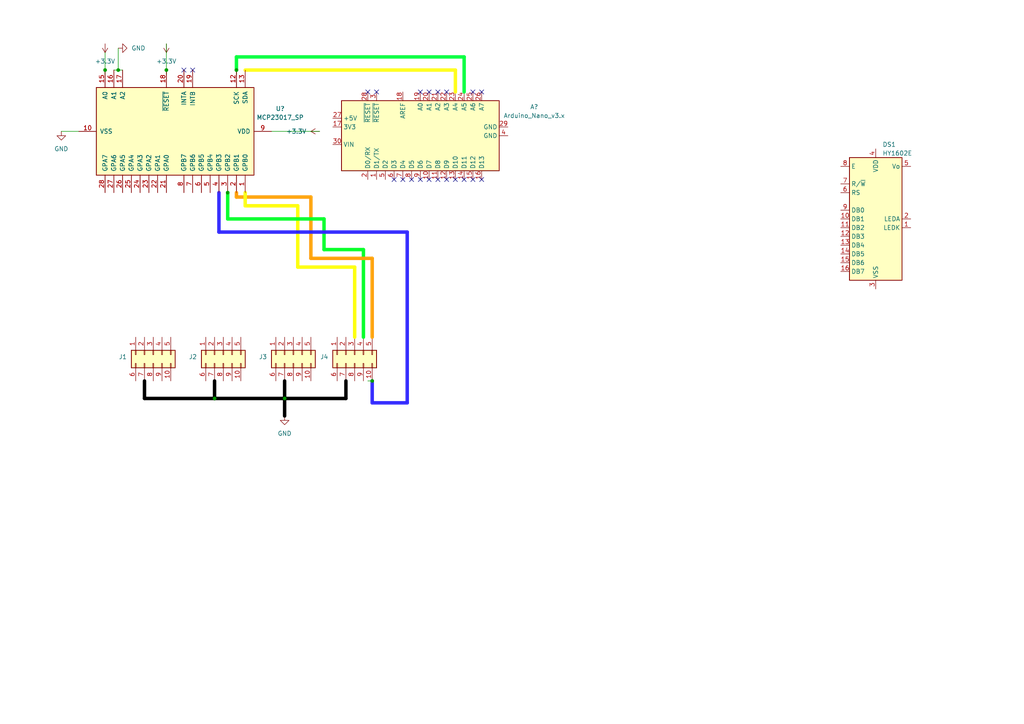
<source format=kicad_sch>
(kicad_sch (version 20230121) (generator eeschema)

  (uuid fd81bd69-a0d3-4cd4-ab1c-2f32a8fbe231)

  (paper "A4")

  (lib_symbols
    (symbol "Connector_Generic:Conn_02x05_Top_Bottom" (pin_names (offset 1.016) hide) (in_bom yes) (on_board yes)
      (property "Reference" "J" (at 1.27 7.62 0)
        (effects (font (size 1.27 1.27)))
      )
      (property "Value" "Conn_02x05_Top_Bottom" (at 1.27 -7.62 0)
        (effects (font (size 1.27 1.27)))
      )
      (property "Footprint" "" (at 0 0 0)
        (effects (font (size 1.27 1.27)) hide)
      )
      (property "Datasheet" "~" (at 0 0 0)
        (effects (font (size 1.27 1.27)) hide)
      )
      (property "ki_keywords" "connector" (at 0 0 0)
        (effects (font (size 1.27 1.27)) hide)
      )
      (property "ki_description" "Generic connector, double row, 02x05, top/bottom pin numbering scheme (row 1: 1...pins_per_row, row2: pins_per_row+1 ... num_pins), script generated (kicad-library-utils/schlib/autogen/connector/)" (at 0 0 0)
        (effects (font (size 1.27 1.27)) hide)
      )
      (property "ki_fp_filters" "Connector*:*_2x??_*" (at 0 0 0)
        (effects (font (size 1.27 1.27)) hide)
      )
      (symbol "Conn_02x05_Top_Bottom_1_1"
        (rectangle (start -1.27 -4.953) (end 0 -5.207)
          (stroke (width 0.1524) (type default))
          (fill (type none))
        )
        (rectangle (start -1.27 -2.413) (end 0 -2.667)
          (stroke (width 0.1524) (type default))
          (fill (type none))
        )
        (rectangle (start -1.27 0.127) (end 0 -0.127)
          (stroke (width 0.1524) (type default))
          (fill (type none))
        )
        (rectangle (start -1.27 2.667) (end 0 2.413)
          (stroke (width 0.1524) (type default))
          (fill (type none))
        )
        (rectangle (start -1.27 5.207) (end 0 4.953)
          (stroke (width 0.1524) (type default))
          (fill (type none))
        )
        (rectangle (start -1.27 6.35) (end 3.81 -6.35)
          (stroke (width 0.254) (type default))
          (fill (type background))
        )
        (rectangle (start 3.81 -4.953) (end 2.54 -5.207)
          (stroke (width 0.1524) (type default))
          (fill (type none))
        )
        (rectangle (start 3.81 -2.413) (end 2.54 -2.667)
          (stroke (width 0.1524) (type default))
          (fill (type none))
        )
        (rectangle (start 3.81 0.127) (end 2.54 -0.127)
          (stroke (width 0.1524) (type default))
          (fill (type none))
        )
        (rectangle (start 3.81 2.667) (end 2.54 2.413)
          (stroke (width 0.1524) (type default))
          (fill (type none))
        )
        (rectangle (start 3.81 5.207) (end 2.54 4.953)
          (stroke (width 0.1524) (type default))
          (fill (type none))
        )
        (pin passive line (at -5.08 5.08 0) (length 3.81)
          (name "Pin_1" (effects (font (size 1.27 1.27))))
          (number "1" (effects (font (size 1.27 1.27))))
        )
        (pin passive line (at 7.62 -5.08 180) (length 3.81)
          (name "Pin_10" (effects (font (size 1.27 1.27))))
          (number "10" (effects (font (size 1.27 1.27))))
        )
        (pin passive line (at -5.08 2.54 0) (length 3.81)
          (name "Pin_2" (effects (font (size 1.27 1.27))))
          (number "2" (effects (font (size 1.27 1.27))))
        )
        (pin passive line (at -5.08 0 0) (length 3.81)
          (name "Pin_3" (effects (font (size 1.27 1.27))))
          (number "3" (effects (font (size 1.27 1.27))))
        )
        (pin passive line (at -5.08 -2.54 0) (length 3.81)
          (name "Pin_4" (effects (font (size 1.27 1.27))))
          (number "4" (effects (font (size 1.27 1.27))))
        )
        (pin passive line (at -5.08 -5.08 0) (length 3.81)
          (name "Pin_5" (effects (font (size 1.27 1.27))))
          (number "5" (effects (font (size 1.27 1.27))))
        )
        (pin passive line (at 7.62 5.08 180) (length 3.81)
          (name "Pin_6" (effects (font (size 1.27 1.27))))
          (number "6" (effects (font (size 1.27 1.27))))
        )
        (pin passive line (at 7.62 2.54 180) (length 3.81)
          (name "Pin_7" (effects (font (size 1.27 1.27))))
          (number "7" (effects (font (size 1.27 1.27))))
        )
        (pin passive line (at 7.62 0 180) (length 3.81)
          (name "Pin_8" (effects (font (size 1.27 1.27))))
          (number "8" (effects (font (size 1.27 1.27))))
        )
        (pin passive line (at 7.62 -2.54 180) (length 3.81)
          (name "Pin_9" (effects (font (size 1.27 1.27))))
          (number "9" (effects (font (size 1.27 1.27))))
        )
      )
    )
    (symbol "Display_Character:HY1602E" (in_bom yes) (on_board yes)
      (property "Reference" "DS" (at -6.096 19.05 0)
        (effects (font (size 1.27 1.27)))
      )
      (property "Value" "HY1602E" (at 5.08 19.05 0)
        (effects (font (size 1.27 1.27)))
      )
      (property "Footprint" "Display:HY1602E" (at 0 -22.86 0)
        (effects (font (size 1.27 1.27) italic) hide)
      )
      (property "Datasheet" "http://www.icbank.com/data/ICBShop/board/HY1602E.pdf" (at 5.08 2.54 0)
        (effects (font (size 1.27 1.27)) hide)
      )
      (property "ki_keywords" "display LCD 7-segment" (at 0 0 0)
        (effects (font (size 1.27 1.27)) hide)
      )
      (property "ki_description" "LCD 16x2 Alphanumeric 16pin Blue/Yellow/Green Backlight, 8bit parallel, 5V VDD" (at 0 0 0)
        (effects (font (size 1.27 1.27)) hide)
      )
      (property "ki_fp_filters" "*HY1602E*" (at 0 0 0)
        (effects (font (size 1.27 1.27)) hide)
      )
      (symbol "HY1602E_0_1"
        (rectangle (start -7.62 17.78) (end 7.62 -17.78)
          (stroke (width 0.254) (type default))
          (fill (type background))
        )
      )
      (symbol "HY1602E_1_1"
        (pin passive line (at 10.16 -2.54 180) (length 2.54)
          (name "LEDK" (effects (font (size 1.27 1.27))))
          (number "1" (effects (font (size 1.27 1.27))))
        )
        (pin bidirectional line (at -10.16 0 0) (length 2.54)
          (name "DB1" (effects (font (size 1.27 1.27))))
          (number "10" (effects (font (size 1.27 1.27))))
        )
        (pin bidirectional line (at -10.16 -2.54 0) (length 2.54)
          (name "DB2" (effects (font (size 1.27 1.27))))
          (number "11" (effects (font (size 1.27 1.27))))
        )
        (pin bidirectional line (at -10.16 -5.08 0) (length 2.54)
          (name "DB3" (effects (font (size 1.27 1.27))))
          (number "12" (effects (font (size 1.27 1.27))))
        )
        (pin bidirectional line (at -10.16 -7.62 0) (length 2.54)
          (name "DB4" (effects (font (size 1.27 1.27))))
          (number "13" (effects (font (size 1.27 1.27))))
        )
        (pin bidirectional line (at -10.16 -10.16 0) (length 2.54)
          (name "DB5" (effects (font (size 1.27 1.27))))
          (number "14" (effects (font (size 1.27 1.27))))
        )
        (pin bidirectional line (at -10.16 -12.7 0) (length 2.54)
          (name "DB6" (effects (font (size 1.27 1.27))))
          (number "15" (effects (font (size 1.27 1.27))))
        )
        (pin bidirectional line (at -10.16 -15.24 0) (length 2.54)
          (name "DB7" (effects (font (size 1.27 1.27))))
          (number "16" (effects (font (size 1.27 1.27))))
        )
        (pin passive line (at 10.16 0 180) (length 2.54)
          (name "LEDA" (effects (font (size 1.27 1.27))))
          (number "2" (effects (font (size 1.27 1.27))))
        )
        (pin power_in line (at 0 -20.32 90) (length 2.54)
          (name "VSS" (effects (font (size 1.27 1.27))))
          (number "3" (effects (font (size 1.27 1.27))))
        )
        (pin power_in line (at 0 20.32 270) (length 2.54)
          (name "VDD" (effects (font (size 1.27 1.27))))
          (number "4" (effects (font (size 1.27 1.27))))
        )
        (pin input line (at 10.16 15.24 180) (length 2.54)
          (name "Vo" (effects (font (size 1.27 1.27))))
          (number "5" (effects (font (size 1.27 1.27))))
        )
        (pin input line (at -10.16 7.62 0) (length 2.54)
          (name "RS" (effects (font (size 1.27 1.27))))
          (number "6" (effects (font (size 1.27 1.27))))
        )
        (pin input line (at -10.16 10.16 0) (length 2.54)
          (name "R/~{W}" (effects (font (size 1.27 1.27))))
          (number "7" (effects (font (size 1.27 1.27))))
        )
        (pin input line (at -10.16 15.24 0) (length 2.54)
          (name "E" (effects (font (size 1.27 1.27))))
          (number "8" (effects (font (size 1.27 1.27))))
        )
        (pin bidirectional line (at -10.16 2.54 0) (length 2.54)
          (name "DB0" (effects (font (size 1.27 1.27))))
          (number "9" (effects (font (size 1.27 1.27))))
        )
      )
    )
    (symbol "Interface_Expansion:MCP23017_SP" (pin_names (offset 1.016)) (in_bom yes) (on_board yes)
      (property "Reference" "U" (at -11.43 24.13 0)
        (effects (font (size 1.27 1.27)))
      )
      (property "Value" "MCP23017_SP" (at 0 0 0)
        (effects (font (size 1.27 1.27)))
      )
      (property "Footprint" "Package_DIP:DIP-28_W7.62mm" (at 5.08 -25.4 0)
        (effects (font (size 1.27 1.27)) (justify left) hide)
      )
      (property "Datasheet" "http://ww1.microchip.com/downloads/en/DeviceDoc/20001952C.pdf" (at 5.08 -27.94 0)
        (effects (font (size 1.27 1.27)) (justify left) hide)
      )
      (property "ki_keywords" "I2C parallel port expander" (at 0 0 0)
        (effects (font (size 1.27 1.27)) hide)
      )
      (property "ki_description" "16-bit I/O expander, I2C, interrupts, w pull-ups, SPDIP-28" (at 0 0 0)
        (effects (font (size 1.27 1.27)) hide)
      )
      (property "ki_fp_filters" "DIP*W7.62mm*" (at 0 0 0)
        (effects (font (size 1.27 1.27)) hide)
      )
      (symbol "MCP23017_SP_0_1"
        (rectangle (start -12.7 22.86) (end 12.7 -22.86)
          (stroke (width 0.254) (type default))
          (fill (type background))
        )
      )
      (symbol "MCP23017_SP_1_1"
        (pin bidirectional line (at 17.78 20.32 180) (length 5.08)
          (name "GPB0" (effects (font (size 1.27 1.27))))
          (number "1" (effects (font (size 1.27 1.27))))
        )
        (pin power_in line (at 0 -27.94 90) (length 5.08)
          (name "VSS" (effects (font (size 1.27 1.27))))
          (number "10" (effects (font (size 1.27 1.27))))
        )
        (pin no_connect line (at -12.7 15.24 0) (length 5.08) hide
          (name "NC" (effects (font (size 1.27 1.27))))
          (number "11" (effects (font (size 1.27 1.27))))
        )
        (pin input line (at -17.78 17.78 0) (length 5.08)
          (name "SCK" (effects (font (size 1.27 1.27))))
          (number "12" (effects (font (size 1.27 1.27))))
        )
        (pin bidirectional line (at -17.78 20.32 0) (length 5.08)
          (name "SDA" (effects (font (size 1.27 1.27))))
          (number "13" (effects (font (size 1.27 1.27))))
        )
        (pin no_connect line (at -12.7 12.7 0) (length 5.08) hide
          (name "NC" (effects (font (size 1.27 1.27))))
          (number "14" (effects (font (size 1.27 1.27))))
        )
        (pin input line (at -17.78 -20.32 0) (length 5.08)
          (name "A0" (effects (font (size 1.27 1.27))))
          (number "15" (effects (font (size 1.27 1.27))))
        )
        (pin input line (at -17.78 -17.78 0) (length 5.08)
          (name "A1" (effects (font (size 1.27 1.27))))
          (number "16" (effects (font (size 1.27 1.27))))
        )
        (pin input line (at -17.78 -15.24 0) (length 5.08)
          (name "A2" (effects (font (size 1.27 1.27))))
          (number "17" (effects (font (size 1.27 1.27))))
        )
        (pin input line (at -17.78 -2.54 0) (length 5.08)
          (name "~{RESET}" (effects (font (size 1.27 1.27))))
          (number "18" (effects (font (size 1.27 1.27))))
        )
        (pin tri_state line (at -17.78 5.08 0) (length 5.08)
          (name "INTB" (effects (font (size 1.27 1.27))))
          (number "19" (effects (font (size 1.27 1.27))))
        )
        (pin bidirectional line (at 17.78 17.78 180) (length 5.08)
          (name "GPB1" (effects (font (size 1.27 1.27))))
          (number "2" (effects (font (size 1.27 1.27))))
        )
        (pin tri_state line (at -17.78 2.54 0) (length 5.08)
          (name "INTA" (effects (font (size 1.27 1.27))))
          (number "20" (effects (font (size 1.27 1.27))))
        )
        (pin bidirectional line (at 17.78 -2.54 180) (length 5.08)
          (name "GPA0" (effects (font (size 1.27 1.27))))
          (number "21" (effects (font (size 1.27 1.27))))
        )
        (pin bidirectional line (at 17.78 -5.08 180) (length 5.08)
          (name "GPA1" (effects (font (size 1.27 1.27))))
          (number "22" (effects (font (size 1.27 1.27))))
        )
        (pin bidirectional line (at 17.78 -7.62 180) (length 5.08)
          (name "GPA2" (effects (font (size 1.27 1.27))))
          (number "23" (effects (font (size 1.27 1.27))))
        )
        (pin bidirectional line (at 17.78 -10.16 180) (length 5.08)
          (name "GPA3" (effects (font (size 1.27 1.27))))
          (number "24" (effects (font (size 1.27 1.27))))
        )
        (pin bidirectional line (at 17.78 -12.7 180) (length 5.08)
          (name "GPA4" (effects (font (size 1.27 1.27))))
          (number "25" (effects (font (size 1.27 1.27))))
        )
        (pin bidirectional line (at 17.78 -15.24 180) (length 5.08)
          (name "GPA5" (effects (font (size 1.27 1.27))))
          (number "26" (effects (font (size 1.27 1.27))))
        )
        (pin bidirectional line (at 17.78 -17.78 180) (length 5.08)
          (name "GPA6" (effects (font (size 1.27 1.27))))
          (number "27" (effects (font (size 1.27 1.27))))
        )
        (pin bidirectional line (at 17.78 -20.32 180) (length 5.08)
          (name "GPA7" (effects (font (size 1.27 1.27))))
          (number "28" (effects (font (size 1.27 1.27))))
        )
        (pin bidirectional line (at 17.78 15.24 180) (length 5.08)
          (name "GPB2" (effects (font (size 1.27 1.27))))
          (number "3" (effects (font (size 1.27 1.27))))
        )
        (pin bidirectional line (at 17.78 12.7 180) (length 5.08)
          (name "GPB3" (effects (font (size 1.27 1.27))))
          (number "4" (effects (font (size 1.27 1.27))))
        )
        (pin bidirectional line (at 17.78 10.16 180) (length 5.08)
          (name "GPB4" (effects (font (size 1.27 1.27))))
          (number "5" (effects (font (size 1.27 1.27))))
        )
        (pin bidirectional line (at 17.78 7.62 180) (length 5.08)
          (name "GPB5" (effects (font (size 1.27 1.27))))
          (number "6" (effects (font (size 1.27 1.27))))
        )
        (pin bidirectional line (at 17.78 5.08 180) (length 5.08)
          (name "GPB6" (effects (font (size 1.27 1.27))))
          (number "7" (effects (font (size 1.27 1.27))))
        )
        (pin bidirectional line (at 17.78 2.54 180) (length 5.08)
          (name "GPB7" (effects (font (size 1.27 1.27))))
          (number "8" (effects (font (size 1.27 1.27))))
        )
        (pin power_in line (at 0 27.94 270) (length 5.08)
          (name "VDD" (effects (font (size 1.27 1.27))))
          (number "9" (effects (font (size 1.27 1.27))))
        )
      )
    )
    (symbol "MCU_Module:Arduino_Nano_v3.x" (in_bom yes) (on_board yes)
      (property "Reference" "A" (at -10.16 23.495 0)
        (effects (font (size 1.27 1.27)) (justify left bottom))
      )
      (property "Value" "Arduino_Nano_v3.x" (at 5.08 -24.13 0)
        (effects (font (size 1.27 1.27)) (justify left top))
      )
      (property "Footprint" "Module:Arduino_Nano" (at 0 0 0)
        (effects (font (size 1.27 1.27) italic) hide)
      )
      (property "Datasheet" "http://www.mouser.com/pdfdocs/Gravitech_Arduino_Nano3_0.pdf" (at 0 0 0)
        (effects (font (size 1.27 1.27)) hide)
      )
      (property "ki_keywords" "Arduino nano microcontroller module USB" (at 0 0 0)
        (effects (font (size 1.27 1.27)) hide)
      )
      (property "ki_description" "Arduino Nano v3.x" (at 0 0 0)
        (effects (font (size 1.27 1.27)) hide)
      )
      (property "ki_fp_filters" "Arduino*Nano*" (at 0 0 0)
        (effects (font (size 1.27 1.27)) hide)
      )
      (symbol "Arduino_Nano_v3.x_0_1"
        (rectangle (start -10.16 22.86) (end 10.16 -22.86)
          (stroke (width 0.254) (type default))
          (fill (type background))
        )
      )
      (symbol "Arduino_Nano_v3.x_1_1"
        (pin bidirectional line (at -12.7 12.7 0) (length 2.54)
          (name "D1/TX" (effects (font (size 1.27 1.27))))
          (number "1" (effects (font (size 1.27 1.27))))
        )
        (pin bidirectional line (at -12.7 -2.54 0) (length 2.54)
          (name "D7" (effects (font (size 1.27 1.27))))
          (number "10" (effects (font (size 1.27 1.27))))
        )
        (pin bidirectional line (at -12.7 -5.08 0) (length 2.54)
          (name "D8" (effects (font (size 1.27 1.27))))
          (number "11" (effects (font (size 1.27 1.27))))
        )
        (pin bidirectional line (at -12.7 -7.62 0) (length 2.54)
          (name "D9" (effects (font (size 1.27 1.27))))
          (number "12" (effects (font (size 1.27 1.27))))
        )
        (pin bidirectional line (at -12.7 -10.16 0) (length 2.54)
          (name "D10" (effects (font (size 1.27 1.27))))
          (number "13" (effects (font (size 1.27 1.27))))
        )
        (pin bidirectional line (at -12.7 -12.7 0) (length 2.54)
          (name "D11" (effects (font (size 1.27 1.27))))
          (number "14" (effects (font (size 1.27 1.27))))
        )
        (pin bidirectional line (at -12.7 -15.24 0) (length 2.54)
          (name "D12" (effects (font (size 1.27 1.27))))
          (number "15" (effects (font (size 1.27 1.27))))
        )
        (pin bidirectional line (at -12.7 -17.78 0) (length 2.54)
          (name "D13" (effects (font (size 1.27 1.27))))
          (number "16" (effects (font (size 1.27 1.27))))
        )
        (pin power_out line (at 2.54 25.4 270) (length 2.54)
          (name "3V3" (effects (font (size 1.27 1.27))))
          (number "17" (effects (font (size 1.27 1.27))))
        )
        (pin input line (at 12.7 5.08 180) (length 2.54)
          (name "AREF" (effects (font (size 1.27 1.27))))
          (number "18" (effects (font (size 1.27 1.27))))
        )
        (pin bidirectional line (at 12.7 0 180) (length 2.54)
          (name "A0" (effects (font (size 1.27 1.27))))
          (number "19" (effects (font (size 1.27 1.27))))
        )
        (pin bidirectional line (at -12.7 15.24 0) (length 2.54)
          (name "D0/RX" (effects (font (size 1.27 1.27))))
          (number "2" (effects (font (size 1.27 1.27))))
        )
        (pin bidirectional line (at 12.7 -2.54 180) (length 2.54)
          (name "A1" (effects (font (size 1.27 1.27))))
          (number "20" (effects (font (size 1.27 1.27))))
        )
        (pin bidirectional line (at 12.7 -5.08 180) (length 2.54)
          (name "A2" (effects (font (size 1.27 1.27))))
          (number "21" (effects (font (size 1.27 1.27))))
        )
        (pin bidirectional line (at 12.7 -7.62 180) (length 2.54)
          (name "A3" (effects (font (size 1.27 1.27))))
          (number "22" (effects (font (size 1.27 1.27))))
        )
        (pin bidirectional line (at 12.7 -10.16 180) (length 2.54)
          (name "A4" (effects (font (size 1.27 1.27))))
          (number "23" (effects (font (size 1.27 1.27))))
        )
        (pin bidirectional line (at 12.7 -12.7 180) (length 2.54)
          (name "A5" (effects (font (size 1.27 1.27))))
          (number "24" (effects (font (size 1.27 1.27))))
        )
        (pin bidirectional line (at 12.7 -15.24 180) (length 2.54)
          (name "A6" (effects (font (size 1.27 1.27))))
          (number "25" (effects (font (size 1.27 1.27))))
        )
        (pin bidirectional line (at 12.7 -17.78 180) (length 2.54)
          (name "A7" (effects (font (size 1.27 1.27))))
          (number "26" (effects (font (size 1.27 1.27))))
        )
        (pin power_out line (at 5.08 25.4 270) (length 2.54)
          (name "+5V" (effects (font (size 1.27 1.27))))
          (number "27" (effects (font (size 1.27 1.27))))
        )
        (pin input line (at 12.7 15.24 180) (length 2.54)
          (name "~{RESET}" (effects (font (size 1.27 1.27))))
          (number "28" (effects (font (size 1.27 1.27))))
        )
        (pin power_in line (at 2.54 -25.4 90) (length 2.54)
          (name "GND" (effects (font (size 1.27 1.27))))
          (number "29" (effects (font (size 1.27 1.27))))
        )
        (pin input line (at 12.7 12.7 180) (length 2.54)
          (name "~{RESET}" (effects (font (size 1.27 1.27))))
          (number "3" (effects (font (size 1.27 1.27))))
        )
        (pin power_in line (at -2.54 25.4 270) (length 2.54)
          (name "VIN" (effects (font (size 1.27 1.27))))
          (number "30" (effects (font (size 1.27 1.27))))
        )
        (pin power_in line (at 0 -25.4 90) (length 2.54)
          (name "GND" (effects (font (size 1.27 1.27))))
          (number "4" (effects (font (size 1.27 1.27))))
        )
        (pin bidirectional line (at -12.7 10.16 0) (length 2.54)
          (name "D2" (effects (font (size 1.27 1.27))))
          (number "5" (effects (font (size 1.27 1.27))))
        )
        (pin bidirectional line (at -12.7 7.62 0) (length 2.54)
          (name "D3" (effects (font (size 1.27 1.27))))
          (number "6" (effects (font (size 1.27 1.27))))
        )
        (pin bidirectional line (at -12.7 5.08 0) (length 2.54)
          (name "D4" (effects (font (size 1.27 1.27))))
          (number "7" (effects (font (size 1.27 1.27))))
        )
        (pin bidirectional line (at -12.7 2.54 0) (length 2.54)
          (name "D5" (effects (font (size 1.27 1.27))))
          (number "8" (effects (font (size 1.27 1.27))))
        )
        (pin bidirectional line (at -12.7 0 0) (length 2.54)
          (name "D6" (effects (font (size 1.27 1.27))))
          (number "9" (effects (font (size 1.27 1.27))))
        )
      )
    )
    (symbol "power:+3.3V" (power) (pin_names (offset 0)) (in_bom yes) (on_board yes)
      (property "Reference" "#PWR" (at 0 -3.81 0)
        (effects (font (size 1.27 1.27)) hide)
      )
      (property "Value" "+3.3V" (at 0 3.556 0)
        (effects (font (size 1.27 1.27)))
      )
      (property "Footprint" "" (at 0 0 0)
        (effects (font (size 1.27 1.27)) hide)
      )
      (property "Datasheet" "" (at 0 0 0)
        (effects (font (size 1.27 1.27)) hide)
      )
      (property "ki_keywords" "global power" (at 0 0 0)
        (effects (font (size 1.27 1.27)) hide)
      )
      (property "ki_description" "Power symbol creates a global label with name \"+3.3V\"" (at 0 0 0)
        (effects (font (size 1.27 1.27)) hide)
      )
      (symbol "+3.3V_0_1"
        (polyline
          (pts
            (xy -0.762 1.27)
            (xy 0 2.54)
          )
          (stroke (width 0) (type default))
          (fill (type none))
        )
        (polyline
          (pts
            (xy 0 0)
            (xy 0 2.54)
          )
          (stroke (width 0) (type default))
          (fill (type none))
        )
        (polyline
          (pts
            (xy 0 2.54)
            (xy 0.762 1.27)
          )
          (stroke (width 0) (type default))
          (fill (type none))
        )
      )
      (symbol "+3.3V_1_1"
        (pin power_in line (at 0 0 90) (length 0) hide
          (name "+3.3V" (effects (font (size 1.27 1.27))))
          (number "1" (effects (font (size 1.27 1.27))))
        )
      )
    )
    (symbol "power:GND" (power) (pin_names (offset 0)) (in_bom yes) (on_board yes)
      (property "Reference" "#PWR" (at 0 -6.35 0)
        (effects (font (size 1.27 1.27)) hide)
      )
      (property "Value" "GND" (at 0 -3.81 0)
        (effects (font (size 1.27 1.27)))
      )
      (property "Footprint" "" (at 0 0 0)
        (effects (font (size 1.27 1.27)) hide)
      )
      (property "Datasheet" "" (at 0 0 0)
        (effects (font (size 1.27 1.27)) hide)
      )
      (property "ki_keywords" "global power" (at 0 0 0)
        (effects (font (size 1.27 1.27)) hide)
      )
      (property "ki_description" "Power symbol creates a global label with name \"GND\" , ground" (at 0 0 0)
        (effects (font (size 1.27 1.27)) hide)
      )
      (symbol "GND_0_1"
        (polyline
          (pts
            (xy 0 0)
            (xy 0 -1.27)
            (xy 1.27 -1.27)
            (xy 0 -2.54)
            (xy -1.27 -1.27)
            (xy 0 -1.27)
          )
          (stroke (width 0) (type default))
          (fill (type none))
        )
      )
      (symbol "GND_1_1"
        (pin power_in line (at 0 0 270) (length 0) hide
          (name "GND" (effects (font (size 1.27 1.27))))
          (number "1" (effects (font (size 1.27 1.27))))
        )
      )
    )
  )

  (junction (at 82.55 115.57) (diameter 0) (color 0 0 0 0)
    (uuid 22177830-b070-4ecd-992e-388362804463)
  )
  (junction (at 66.04 55.88) (diameter 0) (color 0 0 0 0)
    (uuid 35d4b507-fef8-4477-9d48-f09a9bf1d4af)
  )
  (junction (at 34.29 20.32) (diameter 0) (color 0 0 0 0)
    (uuid 62403932-ba41-45c5-a05b-d8d669e1f4a6)
  )
  (junction (at 107.95 110.49) (diameter 0) (color 0 0 0 0)
    (uuid 733b7f59-9f94-4985-94a8-560a1a3fd317)
  )
  (junction (at 62.23 115.57) (diameter 0) (color 0 0 0 0)
    (uuid 8cdee5e7-4124-408c-a80e-fc34b532655a)
  )
  (junction (at 68.58 20.32) (diameter 0) (color 0 0 0 0)
    (uuid b694c278-50d5-40a5-abdd-d9c9e48f8bef)
  )
  (junction (at 48.26 20.32) (diameter 0) (color 0 0 0 0)
    (uuid eaf159e4-f9f6-40fb-83b3-f202b8a1825b)
  )
  (junction (at 30.48 20.32) (diameter 0) (color 0 0 0 0)
    (uuid f452dc98-61ce-48d8-9fa2-f2d99266d60e)
  )

  (no_connect (at 129.54 26.67) (uuid 1ce44a34-5eba-4a94-961a-4dc8c830e614))
  (no_connect (at 139.7 26.67) (uuid 29dc64b3-bb7b-4649-a899-63c2b5ca044d))
  (no_connect (at 137.16 52.07) (uuid 4467d424-6b2d-4a1f-a298-ae759ac1f060))
  (no_connect (at 121.92 52.07) (uuid 5df9a3c9-6e58-40ae-a7fb-cef8ec5c4d0d))
  (no_connect (at 106.68 26.67) (uuid 6ff818ca-7cb8-415b-a0ca-0e8c013fb3e5))
  (no_connect (at 137.16 26.67) (uuid 7193d17a-f802-49f4-8e48-c5cfa02883da))
  (no_connect (at 129.54 52.07) (uuid 7a5f6c34-9d86-44ad-a993-dddc976fa8a4))
  (no_connect (at 119.38 52.07) (uuid 87e9ccea-8210-4ded-8fd8-bc7f19513e89))
  (no_connect (at 55.88 20.32) (uuid a3045afd-2d28-4654-8cc8-4ccb5941bf38))
  (no_connect (at 127 26.67) (uuid a520e6fb-0fc2-4ad4-9ec3-020a6eb0fea0))
  (no_connect (at 134.62 52.07) (uuid a8dbafa3-4368-4d1b-842c-eca0356da010))
  (no_connect (at 124.46 52.07) (uuid af5ae093-e122-4747-8d6d-b432a8749ef2))
  (no_connect (at 132.08 52.07) (uuid b52c51b6-0fcc-41f0-afd9-41da87ef0455))
  (no_connect (at 124.46 26.67) (uuid bc1e4d39-e126-43e5-bf2f-f630f31d7ba7))
  (no_connect (at 121.92 26.67) (uuid bee97859-0e07-4124-8d69-63c86483a149))
  (no_connect (at 114.3 52.07) (uuid c3147e89-c370-40c9-8ce8-f29513297d4e))
  (no_connect (at 53.34 20.32) (uuid c8bedc82-af83-4ad4-b559-793606066d9f))
  (no_connect (at 116.84 52.07) (uuid cb2b92f3-8704-4e76-a5b9-0f3f7d393290))
  (no_connect (at 109.22 26.67) (uuid d87fb6d3-f161-4992-a816-906093d8c9c4))
  (no_connect (at 139.7 52.07) (uuid d8b8030b-f8f9-44ba-915a-4a49e8b86aef))
  (no_connect (at 127 52.07) (uuid d8ce38c2-44c1-490f-9b68-b5f062a98854))

  (wire (pts (xy 100.33 110.49) (xy 100.33 115.57))
    (stroke (width 1) (type default) (color 0 0 0 1))
    (uuid 01a590f3-e3c2-44a1-aa48-5a8f8f4399dd)
  )
  (wire (pts (xy 41.91 110.49) (xy 41.91 115.57))
    (stroke (width 1) (type default) (color 0 0 0 1))
    (uuid 02c13820-3b9b-4e90-8880-c49718d53ccc)
  )
  (wire (pts (xy 66.04 55.88) (xy 66.04 63.5))
    (stroke (width 1) (type default) (color 8 255 43 1))
    (uuid 087d9c88-4d23-40fc-8788-b4973f67521e)
  )
  (wire (pts (xy 82.55 110.49) (xy 82.55 115.57))
    (stroke (width 1) (type default) (color 0 0 0 1))
    (uuid 0e351168-22f9-463f-8abd-33da36ce87d9)
  )
  (wire (pts (xy 68.58 57.15) (xy 90.17 57.15))
    (stroke (width 1) (type default) (color 255 159 10 1))
    (uuid 155e548b-c393-4bfe-9467-167409f6f7a7)
  )
  (wire (pts (xy 82.55 115.57) (xy 100.33 115.57))
    (stroke (width 1) (type default) (color 0 0 0 1))
    (uuid 1b7670d3-d01b-4538-a87c-bc74aa07adac)
  )
  (wire (pts (xy 30.48 20.32) (xy 30.48 21.59))
    (stroke (width 0) (type default))
    (uuid 1d59bcc4-e060-4d5a-9012-e3c7cfd0b263)
  )
  (wire (pts (xy 93.98 63.5) (xy 93.98 72.39))
    (stroke (width 1) (type default) (color 8 255 43 1))
    (uuid 1e7e3afd-fb11-4461-be17-02d99d1c79d3)
  )
  (wire (pts (xy 86.36 59.69) (xy 71.12 59.69))
    (stroke (width 1) (type default) (color 255 251 11 1))
    (uuid 30224f19-e546-4533-acef-496863d868a9)
  )
  (wire (pts (xy 17.78 38.1) (xy 22.86 38.1))
    (stroke (width 0) (type default))
    (uuid 346b27d7-ac1b-4dab-91af-687326ab5c30)
  )
  (wire (pts (xy 107.95 74.93) (xy 107.95 97.79))
    (stroke (width 1) (type default) (color 255 159 10 1))
    (uuid 347b5141-001a-41ef-ba7b-4da2cc66638d)
  )
  (wire (pts (xy 106.68 110.49) (xy 107.95 110.49))
    (stroke (width 0) (type default))
    (uuid 351cab84-3d0e-494c-a520-debfe472953a)
  )
  (wire (pts (xy 34.29 20.32) (xy 35.56 20.32))
    (stroke (width 0) (type default))
    (uuid 3830c7ad-845b-45e1-ba2a-5e451cb0fd6d)
  )
  (wire (pts (xy 102.87 77.47) (xy 102.87 97.79))
    (stroke (width 1) (type default) (color 253 255 12 1))
    (uuid 41567878-2aa5-4a65-b645-da5f860bec82)
  )
  (wire (pts (xy 90.17 74.93) (xy 107.95 74.93))
    (stroke (width 1) (type default) (color 255 159 10 1))
    (uuid 496ff13a-9dcf-4b14-bb0a-fef338864305)
  )
  (wire (pts (xy 93.98 72.39) (xy 105.41 72.39))
    (stroke (width 1) (type default) (color 8 255 43 1))
    (uuid 5759403b-b003-42fa-91a5-b6aee9dc1a3d)
  )
  (wire (pts (xy 132.08 26.67) (xy 132.08 20.32))
    (stroke (width 1) (type default) (color 255 252 25 1))
    (uuid 5bedef44-9af4-44df-9aa7-6cda933a143a)
  )
  (wire (pts (xy 68.58 16.51) (xy 68.58 20.32))
    (stroke (width 1) (type default) (color 8 255 61 1))
    (uuid 6bc03482-faca-46e6-a637-07d36c052b8a)
  )
  (wire (pts (xy 134.62 26.67) (xy 134.62 16.51))
    (stroke (width 1) (type default) (color 8 255 61 1))
    (uuid 71f3187b-2e8b-42f0-a600-56ec531058f5)
  )
  (wire (pts (xy 62.23 110.49) (xy 62.23 115.57))
    (stroke (width 1) (type default) (color 0 0 0 1))
    (uuid 71faeaa4-761c-4d44-8d61-d2a327aab8dd)
  )
  (wire (pts (xy 63.5 55.88) (xy 63.5 67.31))
    (stroke (width 1) (type default) (color 48 39 255 1))
    (uuid 73a268d6-56ef-4856-93f8-1b97226e4fae)
  )
  (wire (pts (xy 78.74 38.1) (xy 92.71 38.1))
    (stroke (width 0) (type default))
    (uuid 75bdc342-4dff-46c4-bc5f-e92fa5c218f0)
  )
  (wire (pts (xy 33.02 20.32) (xy 34.29 20.32))
    (stroke (width 0) (type default))
    (uuid 7bbf8426-f397-4a80-94dd-032db45d5b0d)
  )
  (wire (pts (xy 71.12 59.69) (xy 71.12 55.88))
    (stroke (width 1) (type default) (color 248 255 22 1))
    (uuid 7e156aaa-f530-4ffa-afe2-53ac49d8c603)
  )
  (wire (pts (xy 134.62 16.51) (xy 68.58 16.51))
    (stroke (width 1) (type default) (color 8 255 61 1))
    (uuid 82f09749-2fa2-4fad-b52a-7569734742d2)
  )
  (wire (pts (xy 132.08 20.32) (xy 71.12 20.32))
    (stroke (width 1) (type default) (color 255 252 25 1))
    (uuid 8bf01c57-30ee-4136-8bc4-a6b65c893787)
  )
  (wire (pts (xy 62.23 115.57) (xy 82.55 115.57))
    (stroke (width 1) (type default) (color 0 0 0 1))
    (uuid 9242a674-16c3-448a-973e-e9730a3c09cd)
  )
  (wire (pts (xy 66.04 54.61) (xy 66.04 55.88))
    (stroke (width 0) (type default))
    (uuid 92739bf2-795e-4d1b-9fe3-e8ad8290b31c)
  )
  (wire (pts (xy 62.23 115.57) (xy 41.91 115.57))
    (stroke (width 1) (type default) (color 0 0 0 1))
    (uuid 99cb7d78-5f3a-40b3-89fd-446edc1b1cdf)
  )
  (wire (pts (xy 48.26 20.32) (xy 48.26 21.59))
    (stroke (width 0) (type default))
    (uuid a1f2bb99-a294-4c9e-abfa-461b24b9485c)
  )
  (wire (pts (xy 82.55 115.57) (xy 82.55 120.65))
    (stroke (width 1) (type default) (color 0 0 0 1))
    (uuid a68553a0-a6c5-4be9-8304-a167365a7cce)
  )
  (wire (pts (xy 86.36 77.47) (xy 102.87 77.47))
    (stroke (width 1) (type default) (color 253 255 12 1))
    (uuid acb550b9-6760-4590-92ea-2b4b996d0c12)
  )
  (wire (pts (xy 118.11 116.84) (xy 107.95 116.84))
    (stroke (width 1) (type default) (color 48 39 255 1))
    (uuid b87afbd6-f93a-4e98-84af-143b37662b93)
  )
  (wire (pts (xy 30.48 15.24) (xy 30.48 20.32))
    (stroke (width 0) (type default))
    (uuid bb59404f-63f8-4569-8dc5-b5a700084732)
  )
  (wire (pts (xy 90.17 57.15) (xy 90.17 74.93))
    (stroke (width 1) (type default) (color 255 159 10 1))
    (uuid bc8fca82-7a11-4831-9eb9-79901b59cf51)
  )
  (wire (pts (xy 68.58 55.88) (xy 68.58 57.15))
    (stroke (width 1) (type default) (color 255 159 10 1))
    (uuid bfaec185-4cda-413b-adbf-92097ee3c59c)
  )
  (wire (pts (xy 86.36 59.69) (xy 86.36 77.47))
    (stroke (width 1) (type default) (color 253 255 12 1))
    (uuid c33839c2-7554-44a1-9357-250c9eaedbeb)
  )
  (wire (pts (xy 63.5 67.31) (xy 118.11 67.31))
    (stroke (width 1) (type default) (color 48 39 255 1))
    (uuid c83c3a3d-7cb7-4c9b-ae42-1cbb939f5d3b)
  )
  (wire (pts (xy 68.58 20.32) (xy 68.58 21.59))
    (stroke (width 0) (type default))
    (uuid ca795379-4e52-4a40-9633-d8d14dbe7548)
  )
  (wire (pts (xy 105.41 72.39) (xy 105.41 97.79))
    (stroke (width 1) (type default) (color 8 255 43 1))
    (uuid dc21e73d-968f-4779-b513-6fe3abf489c7)
  )
  (wire (pts (xy 66.04 63.5) (xy 93.98 63.5))
    (stroke (width 1) (type default) (color 8 255 43 1))
    (uuid e350f5c1-43d0-4e07-801f-67e1984b835b)
  )
  (wire (pts (xy 107.95 116.84) (xy 107.95 110.49))
    (stroke (width 1) (type default) (color 48 39 255 1))
    (uuid e8f0482f-17d8-426a-9e6f-3f65ce6c707a)
  )
  (wire (pts (xy 34.29 13.97) (xy 34.29 20.32))
    (stroke (width 0) (type default))
    (uuid ec5d0eea-ae06-4947-9f9b-039031317412)
  )
  (wire (pts (xy 48.26 12.7) (xy 48.26 20.32))
    (stroke (width 0) (type default))
    (uuid fc324785-25e2-48b8-b699-4fa01fc006c0)
  )
  (wire (pts (xy 118.11 67.31) (xy 118.11 116.84))
    (stroke (width 1) (type default) (color 48 39 255 1))
    (uuid fe3d0cbb-f1bd-42af-a6db-92674acfc5ec)
  )

  (symbol (lib_id "power:GND") (at 17.78 38.1 0) (unit 1)
    (in_bom yes) (on_board yes) (dnp no) (fields_autoplaced)
    (uuid 05d2ae80-aa95-44af-bf47-e9975a7262dd)
    (property "Reference" "#PWR0104" (at 17.78 44.45 0)
      (effects (font (size 1.27 1.27)) hide)
    )
    (property "Value" "GND" (at 17.78 43.18 0)
      (effects (font (size 1.27 1.27)))
    )
    (property "Footprint" "" (at 17.78 38.1 0)
      (effects (font (size 1.27 1.27)) hide)
    )
    (property "Datasheet" "" (at 17.78 38.1 0)
      (effects (font (size 1.27 1.27)) hide)
    )
    (pin "1" (uuid 8e756875-88be-4a7d-82ed-c05f2fc8700f))
    (instances
      (project "KB_ARDUINO"
        (path "/fd81bd69-a0d3-4cd4-ab1c-2f32a8fbe231"
          (reference "#PWR0104") (unit 1)
        )
      )
    )
  )

  (symbol (lib_id "Interface_Expansion:MCP23017_SP") (at 50.8 38.1 270) (unit 1)
    (in_bom yes) (on_board yes) (dnp no) (fields_autoplaced)
    (uuid 468273b4-807a-43eb-9079-031d4684369c)
    (property "Reference" "U?" (at 81.28 31.5212 90)
      (effects (font (size 1.27 1.27)))
    )
    (property "Value" "MCP23017_SP" (at 81.28 34.0612 90)
      (effects (font (size 1.27 1.27)))
    )
    (property "Footprint" "Package_DIP:DIP-28_W7.62mm" (at 25.4 43.18 0)
      (effects (font (size 1.27 1.27)) (justify left) hide)
    )
    (property "Datasheet" "http://ww1.microchip.com/downloads/en/DeviceDoc/20001952C.pdf" (at 22.86 43.18 0)
      (effects (font (size 1.27 1.27)) (justify left) hide)
    )
    (pin "1" (uuid 474e1fb9-a3ef-4dac-86cc-e8b95a14a326))
    (pin "10" (uuid d26e075f-356a-443d-9d79-78cc6f990eb1))
    (pin "11" (uuid f35e7f6c-db6f-46a5-96c5-73a91e82ae59))
    (pin "12" (uuid ebb3806c-4afa-46a0-880e-4fc2b1a961ba))
    (pin "13" (uuid ee314106-27df-4943-8450-058dbba5f0f5))
    (pin "14" (uuid 2a9c58dd-f7d4-41b1-b599-64247aa5567f))
    (pin "15" (uuid 966bbe4d-636f-4cbd-9008-1637c8e397f4))
    (pin "16" (uuid b64ac7e6-40a1-4632-9c62-81fc3f6afe0c))
    (pin "17" (uuid f3ba4e22-7f02-4907-a5fc-4168e0232ba6))
    (pin "18" (uuid bd6627a4-fa46-49d2-90fc-2d63cad88667))
    (pin "19" (uuid 9416e11e-6cc0-4269-b004-62022e07903b))
    (pin "2" (uuid dffa6fdb-eabb-4742-8644-eb611bf355ac))
    (pin "20" (uuid b152632e-b0ac-46d0-856d-3c587347cfdb))
    (pin "21" (uuid ae17a742-c0aa-4e91-8545-cb9d3380f08e))
    (pin "22" (uuid 99e7969a-48b4-4d53-86eb-6935bbfd584b))
    (pin "23" (uuid bfaaad6d-a5d9-47a1-9aa3-c403292671f9))
    (pin "24" (uuid 9381542d-83b0-440a-b1ce-852be48d05bf))
    (pin "25" (uuid 8f5de12a-de96-4432-940b-bebad2f73f4b))
    (pin "26" (uuid 5356a35f-974c-4864-932a-f5b5ec199fec))
    (pin "27" (uuid bd650f2b-f11f-475e-a737-2670b0ac0244))
    (pin "28" (uuid 90ab29ef-00be-48cc-93d9-573235311350))
    (pin "3" (uuid 4ab46cc9-eb83-4e7f-835d-e437d94ab174))
    (pin "4" (uuid 7406616c-53d5-4411-8fb2-881864059059))
    (pin "5" (uuid 25e5670f-6865-4337-98cd-78c6c306fe8d))
    (pin "6" (uuid 564f7972-8f07-4665-a1aa-d61d729a9817))
    (pin "7" (uuid c97473c1-efbe-4994-bda3-e37caf76fbc8))
    (pin "8" (uuid 19388bde-6db6-429f-ab64-8181a5c48cd1))
    (pin "9" (uuid 05f7adfc-f009-4d2d-8ff4-5a484e30082d))
    (instances
      (project "KB_ARDUINO"
        (path "/fd81bd69-a0d3-4cd4-ab1c-2f32a8fbe231"
          (reference "U?") (unit 1)
        )
      )
    )
  )

  (symbol (lib_id "Display_Character:HY1602E") (at 254 63.5 0) (unit 1)
    (in_bom yes) (on_board yes) (dnp no) (fields_autoplaced)
    (uuid 51f4d0dd-aafc-4d8e-9714-249468001919)
    (property "Reference" "DS1" (at 255.9559 41.91 0)
      (effects (font (size 1.27 1.27)) (justify left))
    )
    (property "Value" "HY1602E" (at 255.9559 44.45 0)
      (effects (font (size 1.27 1.27)) (justify left))
    )
    (property "Footprint" "Display:HY1602E" (at 254 86.36 0)
      (effects (font (size 1.27 1.27) italic) hide)
    )
    (property "Datasheet" "http://www.icbank.com/data/ICBShop/board/HY1602E.pdf" (at 259.08 60.96 0)
      (effects (font (size 1.27 1.27)) hide)
    )
    (pin "1" (uuid 86bcd23d-e464-4f84-9ed3-797c86ef89b9))
    (pin "10" (uuid 0f4bdf71-b59c-4394-8e88-2f3b470d6784))
    (pin "11" (uuid d1e0bff1-934c-48fb-abc4-ac4c4e7dff77))
    (pin "12" (uuid 6bc1a9fc-1c2a-43dd-b4cc-fda82c44d2a3))
    (pin "13" (uuid 162e5a68-512f-4e76-9948-8d722e94c91c))
    (pin "14" (uuid caaca0e7-878a-452b-a5f9-c2c869f32790))
    (pin "15" (uuid 5c8f86b4-a3d6-4245-b5b3-61ff185ca8fc))
    (pin "16" (uuid 11a6a734-2bbc-408a-b440-dbaf8b16fe2f))
    (pin "2" (uuid 7d1ce5b4-e41d-4a7d-8e76-175e8101afc8))
    (pin "3" (uuid c73bfe74-9aef-4998-994a-b467a3a07be0))
    (pin "4" (uuid 20b1bd2a-9cdd-49b4-b94b-a88e950c8653))
    (pin "5" (uuid 89e32078-42ca-41a4-b9e4-54676909c028))
    (pin "6" (uuid 1db14cfe-77ae-42f9-801d-2e37b4ea4354))
    (pin "7" (uuid ff22b237-2b7a-4ef2-89d7-73338e9203e3))
    (pin "8" (uuid a3389e2a-2460-4494-acf5-e68eed09f1a8))
    (pin "9" (uuid 2e4e881a-5f88-4124-b1b7-a66364a7e289))
    (instances
      (project "KB_ARDUINO"
        (path "/fd81bd69-a0d3-4cd4-ab1c-2f32a8fbe231"
          (reference "DS1") (unit 1)
        )
      )
    )
  )

  (symbol (lib_id "Connector_Generic:Conn_02x05_Top_Bottom") (at 44.45 102.87 90) (mirror x) (unit 1)
    (in_bom yes) (on_board yes) (dnp no)
    (uuid 88deec03-c2f9-4c12-8e95-8713fbbea71a)
    (property "Reference" "J1" (at 36.83 103.505 90)
      (effects (font (size 1.27 1.27)) (justify left))
    )
    (property "Value" "Conn_02x05_Top_Bottom" (at 36.83 106.045 90)
      (effects (font (size 1.27 1.27)) (justify left) hide)
    )
    (property "Footprint" "" (at 44.45 102.87 0)
      (effects (font (size 1.27 1.27)) hide)
    )
    (property "Datasheet" "~" (at 44.45 102.87 0)
      (effects (font (size 1.27 1.27)) hide)
    )
    (pin "1" (uuid f1aeb82e-633c-47cd-aed3-1d07611bb9e3))
    (pin "10" (uuid 39516deb-46f3-42ea-a2d5-54dd0aeb0e8d))
    (pin "2" (uuid a1b4bae1-3630-4b6c-bdbf-e31eb1b8a9c8))
    (pin "3" (uuid 49c833c8-37a8-437c-9be2-ae9c9e6f2fee))
    (pin "4" (uuid bca11f56-2a03-447c-b934-6012904c547b))
    (pin "5" (uuid fe989350-e98d-45ba-b09f-95e0a0aad24c))
    (pin "6" (uuid 1ad7ac52-351c-4cc0-81b0-3ba669a4cfa4))
    (pin "7" (uuid 3ccc6d09-5e2d-431b-883c-648923ff8de2))
    (pin "8" (uuid b4186a0d-7d1d-4da7-9733-e1fdaf413a56))
    (pin "9" (uuid 57aeb0a0-06bb-484b-9874-787fa4ec42cd))
    (instances
      (project "KB_ARDUINO"
        (path "/fd81bd69-a0d3-4cd4-ab1c-2f32a8fbe231"
          (reference "J1") (unit 1)
        )
      )
    )
  )

  (symbol (lib_id "power:+3.3V") (at 30.48 12.7 180) (unit 1)
    (in_bom yes) (on_board yes) (dnp no) (fields_autoplaced)
    (uuid 968e6c35-804a-4cb9-a769-0b06f6548735)
    (property "Reference" "#PWR0103" (at 30.48 8.89 0)
      (effects (font (size 1.27 1.27)) hide)
    )
    (property "Value" "+3.3V" (at 30.48 17.78 0)
      (effects (font (size 1.27 1.27)))
    )
    (property "Footprint" "" (at 30.48 12.7 0)
      (effects (font (size 1.27 1.27)) hide)
    )
    (property "Datasheet" "" (at 30.48 12.7 0)
      (effects (font (size 1.27 1.27)) hide)
    )
    (pin "1" (uuid 5181d408-d92b-415a-b380-cd018b9a63d9))
    (instances
      (project "KB_ARDUINO"
        (path "/fd81bd69-a0d3-4cd4-ab1c-2f32a8fbe231"
          (reference "#PWR0103") (unit 1)
        )
      )
    )
  )

  (symbol (lib_id "Connector_Generic:Conn_02x05_Top_Bottom") (at 64.77 102.87 90) (mirror x) (unit 1)
    (in_bom yes) (on_board yes) (dnp no)
    (uuid aa3c1f89-fa24-4641-bb2c-a705f0842f4b)
    (property "Reference" "J2" (at 57.15 103.505 90)
      (effects (font (size 1.27 1.27)) (justify left))
    )
    (property "Value" "Conn_02x05_Top_Bottom" (at 57.15 106.045 90)
      (effects (font (size 1.27 1.27)) (justify left) hide)
    )
    (property "Footprint" "" (at 64.77 102.87 0)
      (effects (font (size 1.27 1.27)) hide)
    )
    (property "Datasheet" "~" (at 64.77 102.87 0)
      (effects (font (size 1.27 1.27)) hide)
    )
    (pin "1" (uuid b27f9d99-3a85-49ce-9dcd-ddb1f01e8427))
    (pin "10" (uuid 79808eab-1dad-4438-8b56-87785178da78))
    (pin "2" (uuid 4adc897f-94f3-4655-a1ac-dcd6ef6f3875))
    (pin "3" (uuid 5ad2d0e7-e8f3-4ca5-b361-acdb6f3ae83f))
    (pin "4" (uuid 430660a8-1d68-4463-adc6-61853dfe47c7))
    (pin "5" (uuid 3600d4d9-d54f-429c-bdb9-4f94f1288dca))
    (pin "6" (uuid 9296def7-9244-4531-9a4b-a817956b0dde))
    (pin "7" (uuid 4754b90f-87c3-4057-a168-ecf6ee40c91c))
    (pin "8" (uuid b65da7fe-1245-4123-9ab9-789f309806a8))
    (pin "9" (uuid edd6133e-8b25-4282-9270-32e05588234d))
    (instances
      (project "KB_ARDUINO"
        (path "/fd81bd69-a0d3-4cd4-ab1c-2f32a8fbe231"
          (reference "J2") (unit 1)
        )
      )
    )
  )

  (symbol (lib_id "power:GND") (at 34.29 13.97 90) (mirror x) (unit 1)
    (in_bom yes) (on_board yes) (dnp no) (fields_autoplaced)
    (uuid aaf0fdd1-e599-4ebf-b21b-144b0c19af93)
    (property "Reference" "#PWR0101" (at 40.64 13.97 0)
      (effects (font (size 1.27 1.27)) hide)
    )
    (property "Value" "GND" (at 38.1 13.9699 90)
      (effects (font (size 1.27 1.27)) (justify right))
    )
    (property "Footprint" "" (at 34.29 13.97 0)
      (effects (font (size 1.27 1.27)) hide)
    )
    (property "Datasheet" "" (at 34.29 13.97 0)
      (effects (font (size 1.27 1.27)) hide)
    )
    (pin "1" (uuid cc6f41bc-7f9f-43c6-ad9b-97aa205c25e8))
    (instances
      (project "KB_ARDUINO"
        (path "/fd81bd69-a0d3-4cd4-ab1c-2f32a8fbe231"
          (reference "#PWR0101") (unit 1)
        )
      )
    )
  )

  (symbol (lib_id "power:+3.3V") (at 48.26 12.7 180) (unit 1)
    (in_bom yes) (on_board yes) (dnp no) (fields_autoplaced)
    (uuid ac5edf19-dd42-4f32-aa73-e2044bb7a3d6)
    (property "Reference" "#PWR0102" (at 48.26 8.89 0)
      (effects (font (size 1.27 1.27)) hide)
    )
    (property "Value" "+3.3V" (at 48.26 17.78 0)
      (effects (font (size 1.27 1.27)))
    )
    (property "Footprint" "" (at 48.26 12.7 0)
      (effects (font (size 1.27 1.27)) hide)
    )
    (property "Datasheet" "" (at 48.26 12.7 0)
      (effects (font (size 1.27 1.27)) hide)
    )
    (pin "1" (uuid 14747f67-3995-4e92-9bec-4fc869f17629))
    (instances
      (project "KB_ARDUINO"
        (path "/fd81bd69-a0d3-4cd4-ab1c-2f32a8fbe231"
          (reference "#PWR0102") (unit 1)
        )
      )
    )
  )

  (symbol (lib_id "power:+3.3V") (at 92.71 38.1 90) (unit 1)
    (in_bom yes) (on_board yes) (dnp no) (fields_autoplaced)
    (uuid b9434f26-483f-42e5-924c-bf4e9dd44e1f)
    (property "Reference" "#PWR0105" (at 96.52 38.1 0)
      (effects (font (size 1.27 1.27)) hide)
    )
    (property "Value" "+3.3V" (at 88.9 38.0999 90)
      (effects (font (size 1.27 1.27)) (justify left))
    )
    (property "Footprint" "" (at 92.71 38.1 0)
      (effects (font (size 1.27 1.27)) hide)
    )
    (property "Datasheet" "" (at 92.71 38.1 0)
      (effects (font (size 1.27 1.27)) hide)
    )
    (pin "1" (uuid 4c6691ba-2ebf-4263-bbb2-c9587cd5a8b0))
    (instances
      (project "KB_ARDUINO"
        (path "/fd81bd69-a0d3-4cd4-ab1c-2f32a8fbe231"
          (reference "#PWR0105") (unit 1)
        )
      )
    )
  )

  (symbol (lib_id "Connector_Generic:Conn_02x05_Top_Bottom") (at 85.09 102.87 90) (mirror x) (unit 1)
    (in_bom yes) (on_board yes) (dnp no)
    (uuid bc7a49db-9553-4ecc-ad42-5b081ac392dc)
    (property "Reference" "J3" (at 77.47 103.505 90)
      (effects (font (size 1.27 1.27)) (justify left))
    )
    (property "Value" "Conn_02x05_Top_Bottom" (at 77.47 106.045 90)
      (effects (font (size 1.27 1.27)) (justify left) hide)
    )
    (property "Footprint" "" (at 85.09 102.87 0)
      (effects (font (size 1.27 1.27)) hide)
    )
    (property "Datasheet" "~" (at 85.09 102.87 0)
      (effects (font (size 1.27 1.27)) hide)
    )
    (pin "1" (uuid 85177721-1563-407e-bff6-b323fdd5dc26))
    (pin "10" (uuid de1d0b54-a025-4e1b-aa09-96f99de99286))
    (pin "2" (uuid dff21a86-77c8-4ef6-86e7-ed87967b77c0))
    (pin "3" (uuid 0c700368-8f5f-4425-995d-824b2a45f451))
    (pin "4" (uuid 4a7b2c7b-3b3d-47e5-9661-30f0b423d6a1))
    (pin "5" (uuid 0a3c8895-70e6-442a-b85c-5c6441e6e6fc))
    (pin "6" (uuid 6eb184eb-4c2f-42a9-91ae-a80ebe9d18ba))
    (pin "7" (uuid 83d5c135-86b2-4a33-9b25-9eb91511186c))
    (pin "8" (uuid b243f32b-9f57-4b4a-b0b4-af2b9ace490a))
    (pin "9" (uuid ec7e33f4-0b1c-4712-bc66-0afebc8516e0))
    (instances
      (project "KB_ARDUINO"
        (path "/fd81bd69-a0d3-4cd4-ab1c-2f32a8fbe231"
          (reference "J3") (unit 1)
        )
      )
    )
  )

  (symbol (lib_id "Connector_Generic:Conn_02x05_Top_Bottom") (at 102.87 102.87 90) (mirror x) (unit 1)
    (in_bom yes) (on_board yes) (dnp no)
    (uuid c9adcacc-3852-4592-9261-1ae298fbec90)
    (property "Reference" "J4" (at 95.25 103.505 90)
      (effects (font (size 1.27 1.27)) (justify left))
    )
    (property "Value" "Conn_02x05_Top_Bottom" (at 95.25 106.045 90)
      (effects (font (size 1.27 1.27)) (justify left) hide)
    )
    (property "Footprint" "" (at 102.87 102.87 0)
      (effects (font (size 1.27 1.27)) hide)
    )
    (property "Datasheet" "~" (at 102.87 102.87 0)
      (effects (font (size 1.27 1.27)) hide)
    )
    (pin "1" (uuid ad0487b2-79a8-490f-9021-18a7529fd19f))
    (pin "10" (uuid dfa83ef1-fcfd-4631-a259-a5b3e9546099))
    (pin "2" (uuid a0bdb162-6356-42a2-a89f-4bc6755104b6))
    (pin "3" (uuid 7d4d994e-1fa9-40cb-8b52-7ca01ca3310d))
    (pin "4" (uuid 408ad9c4-152f-4f81-8b6d-ffbc66723c87))
    (pin "5" (uuid f6d9e813-f891-4921-87de-27e82bd2c66e))
    (pin "6" (uuid b937ec16-e422-41f3-b89d-3679937b3f79))
    (pin "7" (uuid d47e0a93-03d2-4f0f-b667-2875a2d94b09))
    (pin "8" (uuid 4c3afd72-37fa-463c-bb0c-c23f7eb962a3))
    (pin "9" (uuid cbd49ab8-071d-46b1-bd5e-ed6f75c55056))
    (instances
      (project "KB_ARDUINO"
        (path "/fd81bd69-a0d3-4cd4-ab1c-2f32a8fbe231"
          (reference "J4") (unit 1)
        )
      )
    )
  )

  (symbol (lib_id "power:GND") (at 82.55 120.65 0) (unit 1)
    (in_bom yes) (on_board yes) (dnp no) (fields_autoplaced)
    (uuid de5936f9-7970-4b44-89e5-978162f06861)
    (property "Reference" "#PWR01" (at 82.55 127 0)
      (effects (font (size 1.27 1.27)) hide)
    )
    (property "Value" "GND" (at 82.55 125.73 0)
      (effects (font (size 1.27 1.27)))
    )
    (property "Footprint" "" (at 82.55 120.65 0)
      (effects (font (size 1.27 1.27)) hide)
    )
    (property "Datasheet" "" (at 82.55 120.65 0)
      (effects (font (size 1.27 1.27)) hide)
    )
    (pin "1" (uuid 46a46309-8411-4fdd-ac47-42ae25e32984))
    (instances
      (project "KB_ARDUINO"
        (path "/fd81bd69-a0d3-4cd4-ab1c-2f32a8fbe231"
          (reference "#PWR01") (unit 1)
        )
      )
    )
  )

  (symbol (lib_id "MCU_Module:Arduino_Nano_v3.x") (at 121.92 39.37 90) (unit 1)
    (in_bom yes) (on_board yes) (dnp no) (fields_autoplaced)
    (uuid e96b8837-5047-4138-b671-f1d57877a523)
    (property "Reference" "A?" (at 154.94 31.0005 90)
      (effects (font (size 1.27 1.27)))
    )
    (property "Value" "Arduino_Nano_v3.x" (at 154.94 33.5405 90)
      (effects (font (size 1.27 1.27)))
    )
    (property "Footprint" "Module:Arduino_Nano" (at 121.92 39.37 0)
      (effects (font (size 1.27 1.27) italic) hide)
    )
    (property "Datasheet" "http://www.mouser.com/pdfdocs/Gravitech_Arduino_Nano3_0.pdf" (at 121.92 39.37 0)
      (effects (font (size 1.27 1.27)) hide)
    )
    (pin "1" (uuid 17abeee9-107d-4db8-9a4e-f44ce3f43a76))
    (pin "10" (uuid 41cfdb4d-397b-48ae-b56b-96f89929dc3e))
    (pin "11" (uuid 6e657369-22e5-48a6-8965-bf9260f6d9a6))
    (pin "12" (uuid 68f3d93b-e9a4-4b31-9710-8bf22f71792c))
    (pin "13" (uuid 4dd2a737-ccd7-42d5-a16b-7da5f59922d3))
    (pin "14" (uuid 7cc5f608-3672-40f7-9fd3-60cf3a4eef87))
    (pin "15" (uuid 84725b3b-deca-4688-a898-fa3e2c79a30a))
    (pin "16" (uuid ae73280e-de67-439d-8d47-723a3d1e301e))
    (pin "17" (uuid fe01134c-b2ea-4b67-974a-4101aba386e0))
    (pin "18" (uuid 008c3878-5d5d-4140-8b7d-52b0347a3d6b))
    (pin "19" (uuid 8e71b7fc-7b9e-4277-8298-90c9cb5e7d3a))
    (pin "2" (uuid 7b280127-8241-414a-9169-d2d89c9071f2))
    (pin "20" (uuid 64a4cf28-680b-4ee0-8d50-e763df230f96))
    (pin "21" (uuid 0ec17c3c-3df2-4c71-b1d2-9e34ec2f9bb7))
    (pin "22" (uuid b948d230-9664-4fa4-8b97-0c75c8bea538))
    (pin "23" (uuid cdb052b3-ae10-442c-b5f6-66e6762a093f))
    (pin "24" (uuid afc548f7-9ce5-43ae-ae14-e2257c65aed2))
    (pin "25" (uuid c39d71f5-a3e7-4f88-ba50-e2f69115da4b))
    (pin "26" (uuid 427f21be-f9d8-4199-a285-bc70fbe7ca74))
    (pin "27" (uuid 3c171394-4215-4373-a93c-1b23ee485d40))
    (pin "28" (uuid 862608bd-32c5-4cf8-8993-da3d5f807343))
    (pin "29" (uuid 0f31b65d-2329-4c31-9a63-505b225989bf))
    (pin "3" (uuid d9c68899-e1dc-4822-9f29-3ebf3003bede))
    (pin "30" (uuid c6c4d3f9-a367-4044-b787-2857e243a2c4))
    (pin "4" (uuid 984502c1-caa7-4254-8c82-ab39577f95db))
    (pin "5" (uuid 026c9d99-1ff9-4a39-8780-44d16dacc7a1))
    (pin "6" (uuid aca49676-fc68-4f5b-bbfa-f0b222096203))
    (pin "7" (uuid b05c4f7e-0ac0-4958-b660-dcb03a7a52ba))
    (pin "8" (uuid 37d2eba9-b59b-4d94-acca-610738f263a7))
    (pin "9" (uuid 69c715e6-fa28-420a-acd4-6a666f3552e4))
    (instances
      (project "KB_ARDUINO"
        (path "/fd81bd69-a0d3-4cd4-ab1c-2f32a8fbe231"
          (reference "A?") (unit 1)
        )
      )
    )
  )

  (sheet_instances
    (path "/" (page "1"))
  )
)

</source>
